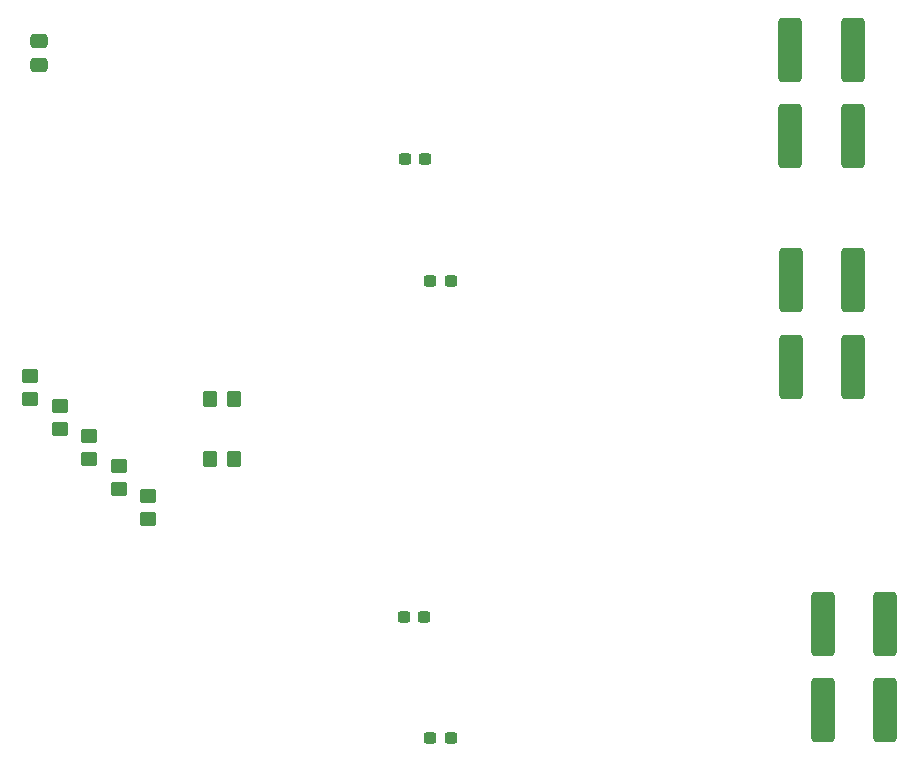
<source format=gbp>
G04 #@! TF.GenerationSoftware,KiCad,Pcbnew,8.0.7-8.0.7-0~ubuntu22.04.1*
G04 #@! TF.CreationDate,2025-01-27T17:28:36+02:00*
G04 #@! TF.ProjectId,speaker_amp2,73706561-6b65-4725-9f61-6d70322e6b69,rev?*
G04 #@! TF.SameCoordinates,Original*
G04 #@! TF.FileFunction,Paste,Bot*
G04 #@! TF.FilePolarity,Positive*
%FSLAX46Y46*%
G04 Gerber Fmt 4.6, Leading zero omitted, Abs format (unit mm)*
G04 Created by KiCad (PCBNEW 8.0.7-8.0.7-0~ubuntu22.04.1) date 2025-01-27 17:28:36*
%MOMM*%
%LPD*%
G01*
G04 APERTURE LIST*
G04 Aperture macros list*
%AMRoundRect*
0 Rectangle with rounded corners*
0 $1 Rounding radius*
0 $2 $3 $4 $5 $6 $7 $8 $9 X,Y pos of 4 corners*
0 Add a 4 corners polygon primitive as box body*
4,1,4,$2,$3,$4,$5,$6,$7,$8,$9,$2,$3,0*
0 Add four circle primitives for the rounded corners*
1,1,$1+$1,$2,$3*
1,1,$1+$1,$4,$5*
1,1,$1+$1,$6,$7*
1,1,$1+$1,$8,$9*
0 Add four rect primitives between the rounded corners*
20,1,$1+$1,$2,$3,$4,$5,0*
20,1,$1+$1,$4,$5,$6,$7,0*
20,1,$1+$1,$6,$7,$8,$9,0*
20,1,$1+$1,$8,$9,$2,$3,0*%
G04 Aperture macros list end*
%ADD10RoundRect,0.249999X0.737501X2.450001X-0.737501X2.450001X-0.737501X-2.450001X0.737501X-2.450001X0*%
%ADD11RoundRect,0.237500X0.300000X0.237500X-0.300000X0.237500X-0.300000X-0.237500X0.300000X-0.237500X0*%
%ADD12RoundRect,0.250000X0.450000X-0.350000X0.450000X0.350000X-0.450000X0.350000X-0.450000X-0.350000X0*%
%ADD13RoundRect,0.249999X-0.737501X-2.450001X0.737501X-2.450001X0.737501X2.450001X-0.737501X2.450001X0*%
%ADD14RoundRect,0.237500X-0.300000X-0.237500X0.300000X-0.237500X0.300000X0.237500X-0.300000X0.237500X0*%
%ADD15RoundRect,0.250000X0.350000X0.450000X-0.350000X0.450000X-0.350000X-0.450000X0.350000X-0.450000X0*%
%ADD16RoundRect,0.250000X0.475000X-0.337500X0.475000X0.337500X-0.475000X0.337500X-0.475000X-0.337500X0*%
G04 APERTURE END LIST*
D10*
X118637500Y-83250000D03*
X113362500Y-83250000D03*
D11*
X82462500Y-85200000D03*
X80737500Y-85200000D03*
D12*
X51500000Y-108090000D03*
X51500000Y-106090000D03*
D13*
X113412500Y-95450000D03*
X118687500Y-95450000D03*
D12*
X56500000Y-113170000D03*
X56500000Y-111170000D03*
D14*
X80637500Y-124000000D03*
X82362500Y-124000000D03*
D12*
X49000000Y-105550000D03*
X49000000Y-103550000D03*
D13*
X113362500Y-76000000D03*
X118637500Y-76000000D03*
D15*
X66250000Y-105550000D03*
X64250000Y-105550000D03*
D12*
X54000000Y-110630000D03*
X54000000Y-108630000D03*
D14*
X82887500Y-95500000D03*
X84612500Y-95500000D03*
D15*
X66250000Y-110630000D03*
X64250000Y-110630000D03*
D12*
X59000000Y-115710000D03*
X59000000Y-113710000D03*
D13*
X116112500Y-131850000D03*
X121387500Y-131850000D03*
D10*
X121387500Y-124550000D03*
X116112500Y-124550000D03*
D14*
X82887500Y-134250000D03*
X84612500Y-134250000D03*
D10*
X118687500Y-102850000D03*
X113412500Y-102850000D03*
D16*
X49750000Y-77287500D03*
X49750000Y-75212500D03*
M02*

</source>
